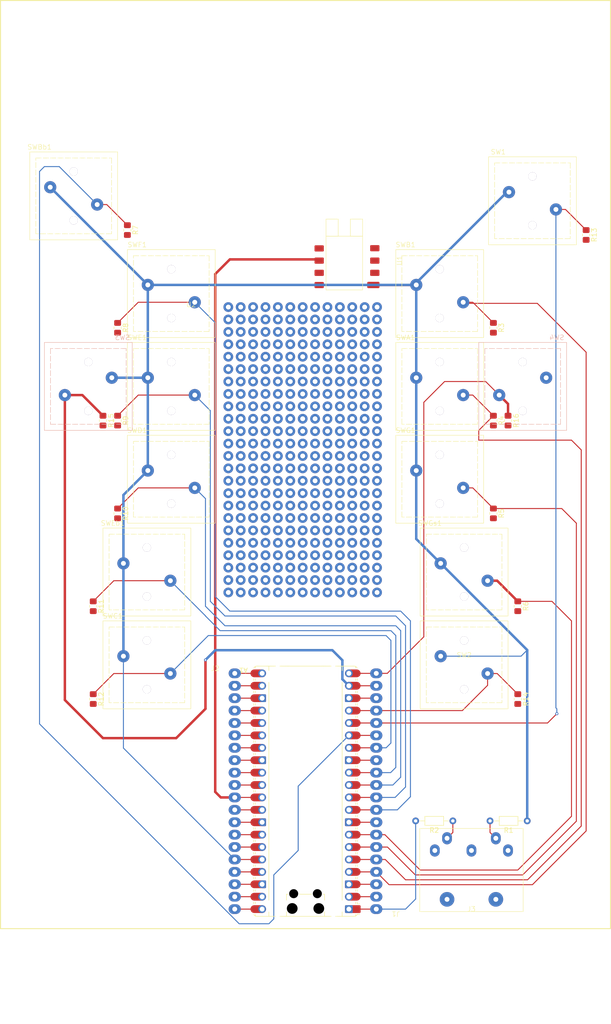
<source format=kicad_pcb>
(kicad_pcb (version 20241229) (generator "pcbnew") (generator_version "9.0")
  (layers (0 "F.Cu" signal) (2 "B.Cu" signal) (13 "F.Paste" user) (15 "B.Paste" user) (5 "F.SilkS" user "F.Silkscreen") (7 "B.SilkS" user "B.Silkscreen") (1 "F.Mask" user) (3 "B.Mask" user) (25 "Edge.Cuts" user))
  (net 0 "")
  (net 1 "Net-(A1-GPIO28_ADC2)")
  (net 2 "Net-(A1-GPIO18)")
  (net 3 "Net-(A1-GPIO13)")
  (net 4 "GND")
  (net 5 "Net-(A1-GPIO2)")
  (net 6 "Net-(A1-GPIO9)")
  (net 7 "Net-(A1-GPIO11)")
  (net 8 "Net-(A1-GPIO14)")
  (net 9 "Net-(A1-ADC_VREF)")
  (net 10 "Net-(A1-GPIO22)")
  (net 11 "Net-(A1-GPIO3)")
  (net 12 "Net-(A1-RUN)")
  (net 13 "unconnected-(A1-GPIO1-Pad2)")
  (net 14 "Net-(A1-GPIO6)")
  (net 15 "Net-(A1-GPIO7)")
  (net 16 "Net-(A1-GPIO27_ADC1)")
  (net 17 "Net-(A1-GPIO15)")
  (net 18 "Net-(A1-GPIO4)")
  (net 19 "Net-(A1-VSYS)")
  (net 20 "Net-(A1-3V3_EN)")
  (net 21 "Net-(A1-GPIO12)")
  (net 22 "Net-(A1-GPIO0)")
  (net 23 "Net-(A1-GPIO26_ADC0)")
  (net 24 "Net-(A1-GPIO19)")
  (net 25 "Net-(A1-GPIO8)")
  (net 26 "Net-(A1-GPIO20)")
  (net 27 "Net-(A1-VBUS)")
  (net 28 "Net-(A1-GPIO17)")
  (net 29 "Net-(A1-GPIO5)")
  (net 30 "Net-(A1-GPIO16)")
  (net 31 "Net-(A1-GPIO10)")
  (net 32 "+3V3")
  (net 33 "Net-(A1-GPIO21)")
  (net 34 "Net-(J3-Vref)")
  (net 35 "Net-(J3-Data)")
  (footprint "Resistor_SMD:R_0805_2012Metric_Pad1.20x1.40mm_HandSolder" (layer "F.Cu") (at 120 48 -90)
    (property "Reference" "R13")
    (property "Value" "10K")
  )
  (footprint "Resistor_SMD:R_0805_2012Metric_Pad1.20x1.40mm_HandSolder" (layer "F.Cu") (at 24 86 -90)
    (property "Reference" "R9")
    (property "Value" "10K")
  )
  (footprint "Resistor_THT:R_Axial_DIN0204_L3.6mm_D1.6mm_P7.62mm_Horizontal" (layer "F.Cu") (at 92.69 167.94 180)
    (property "Reference" "R2")
    (property "Value" "10R 0.25W")
  )
  (footprint "MyLibrary:Omron B3K L13L" (layer "F.Cu") (at 35 79)
    (property "Reference" "SWE1")
    (property "Value" "Omron_B3K_L13L")
  )
  (footprint "Resistor_SMD:R_0805_2012Metric_Pad1.20x1.40mm_HandSolder" (layer "F.Cu") (at 19 143 -90)
    (property "Reference" "R12")
    (property "Value" "10K")
  )
  (footprint "Resistor_SMD:R_0805_2012Metric_Pad1.20x1.40mm_HandSolder" (layer "F.Cu") (at 24 67 -90)
    (property "Reference" "R8")
    (property "Value" "10K")
  )
  (footprint "Resistor_SMD:R_0805_2012Metric_Pad1.20x1.40mm_HandSolder" (layer "F.Cu") (at 21 86 -90)
    (property "Reference" "R15")
    (property "Value" "10K")
  )
  (footprint "Resistor_SMD:R_0805_2012Metric_Pad1.20x1.40mm_HandSolder" (layer "F.Cu") (at 19 124 -90)
    (property "Reference" "R11")
    (property "Value" "10K")
  )
  (footprint "MyLibrary:BPS110 AD0P15" (layer "F.Cu") (at 76.699698 53.25 90)
    (property "Reference" "U1")
    (property "Value" "~")
  )
  (footprint "Module:RaspberryPi_Pico_Common_Unspecified" (layer "F.Cu") (at 62.5 161.87 180)
    (property "Reference" "A1")
    (property "Value" "RaspberryPi_Pico")
  )
  (footprint "Resistor_SMD:R_0805_2012Metric_Pad1.20x1.40mm_HandSolder" (layer "F.Cu") (at 106 124 -90)
    (property "Reference" "R6")
    (property "Value" "10K")
  )
  (footprint "Resistor_SMD:R_0805_2012Metric_Pad1.20x1.40mm_HandSolder" (layer "F.Cu") (at 101 105 -90)
    (property "Reference" "R5")
    (property "Value" "10K")
  )
  (footprint "MyLibrary:Omron B3K L13L" (layer "F.Cu") (at 109 41)
    (property "Reference" "SW1")
    (property "Value" "Omron_B3K_L13L")
  )
  (footprint "MyLibrary:Perfboard 13x24" (layer "F.Cu") (at 46.68 62.76)
    (property "Reference" "U2")
    (property "Value" "~")
  )
  (footprint "MyLibrary:Omron B3K L13L" (layer "F.Cu") (at 90 79)
    (property "Reference" "SWA1")
    (property "Value" "Omron_B3K_L13L")
  )
  (footprint "Resistor_SMD:R_0805_2012Metric_Pad1.20x1.40mm_HandSolder" (layer "F.Cu") (at 24 105 -90)
    (property "Reference" "R10")
    (property "Value" "10K")
  )
  (footprint "MyLibrary:Omron B3K L13L" (layer "F.Cu") (at 95 117)
    (property "Reference" "SWGs1")
    (property "Value" "Omron_B3K_L13L")
  )
  (footprint "Resistor_SMD:R_0805_2012Metric_Pad1.20x1.40mm_HandSolder" (layer "F.Cu") (at 101 67 -90)
    (property "Reference" "R3")
    (property "Value" "10K")
  )
  (footprint "Resistor_SMD:R_0805_2012Metric_Pad1.20x1.40mm_HandSolder" (layer "F.Cu") (at 106 143 -90)
    (property "Reference" "R14")
    (property "Value" "10K")
  )
  (footprint "Resistor_SMD:R_0805_2012Metric_Pad1.20x1.40mm_HandSolder" (layer "F.Cu") (at 101 86 -90)
    (property "Reference" "R4")
    (property "Value" "10K")
  )
  (footprint "Resistor_SMD:R_0805_2012Metric_Pad1.20x1.40mm_HandSolder" (layer "F.Cu") (at 104 86 -90)
    (property "Reference" "R16")
    (property "Value" "10K")
  )
  (footprint "MyLibrary:Omron B3K L13L" (layer "F.Cu") (at 35 60)
    (property "Reference" "SWF1")
    (property "Value" "Omron_B3K_L13L")
  )
  (footprint "MyLibrary:Omron B3K L13L" (layer "F.Cu") (at 95 136)
    (property "Reference" "SW2")
    (property "Value" "Omron_B3K_L13L")
  )
  (footprint "MyLibrary:Omron B3K L13L" (layer "F.Cu") (at 30 136)
    (property "Reference" "SWC1")
    (property "Value" "Omron_B3K_L13L")
  )
  (footprint "MyLibrary:PiPico Header" (layer "F.Cu") (at 48 137.74)
    (property "Reference" "J2")
    (property "Value" "~")
  )
  (footprint "MyLibrary:Omron B3K L13L" (layer "F.Cu") (at 90 60)
    (property "Reference" "SWB1")
    (property "Value" "Omron_B3K_L13L")
  )
  (footprint "Resistor_THT:R_Axial_DIN0204_L3.6mm_D1.6mm_P7.62mm_Horizontal" (layer "F.Cu") (at 107.93 167.94 180)
    (property "Reference" "R1")
    (property "Value" "33R 0.5W")
  )
  (footprint "MyLibrary:MIDI_DIN5" (layer "F.Cu") (at 96.5 186.5)
    (property "Reference" "J3")
    (property "Value" "~")
  )
  (footprint "MyLibrary:Omron B3K L13L" (layer "F.Cu") (at 30 117)
    (property "Reference" "SWEb1")
    (property "Value" "Omron_B3K_L13L")
  )
  (footprint "MyLibrary:Omron B3K L13L" (layer "F.Cu") (at 90 98)
    (property "Reference" "SWG1")
    (property "Value" "Omron_B3K_L13L")
  )
  (footprint "MyLibrary:Omron B3K L13L" (layer "F.Cu") (at 15 40)
    (property "Reference" "SWBb1")
    (property "Value" "Omron_B3K_L13L")
  )
  (footprint "MyLibrary:PiPico Header" (layer "F.Cu") (at 77 186 180)
    (property "Reference" "J1")
    (property "Value" "~")
  )
  (footprint "MyLibrary:Omron B3K L13L" (layer "F.Cu") (at 35 98)
    (property "Reference" "SWD1")
    (property "Value" "Omron_B3K_L13L")
  )
  (footprint "Resistor_SMD:R_0805_2012Metric_Pad1.20x1.40mm_HandSolder" (layer "F.Cu") (at 26 47 -90)
    (property "Reference" "R7")
    (property "Value" "10K")
  )
  (footprint "MyLibrary:Omron B3K L13L" (layer "B.Cu") (at 107 79 180)
    (property "Reference" "SW4")
    (property "Value" "Omron_B3K_L13L")
  )
  (footprint "MyLibrary:Omron B3K L13L" (layer "B.Cu") (at 18 79 180)
    (property "Reference" "SW3")
    (property "Value" "Omron_B3K_L13L")
  )
  (gr_rect (start 0 0) (end 125 190) (stroke (width 0.2)) (fill no) (layer "F.SilkS"))
  (segment (start 48 170.76) (end 53.61 170.76) (width 0.2) (layer "F.Cu") (net 1))
  (segment (start 48 145.36) (end 53.61 145.36) (width 0.2) (layer "F.Cu") (net 2))
  (segment (start 77 145.36) (end 94.64 145.36) (width 0.2) (layer "F.Cu") (net 3))
  (segment (start 99.81 137.775) (end 101.775 137.775) (width 0.2) (layer "F.Cu") (net 3))
  (segment (start 99.81 140.19) (end 99.81 137.775) (width 0.2) (layer "F.Cu") (net 3))
  (segment (start 101.775 137.775) (end 106 142) (width 0.2) (layer "F.Cu") (net 3))
  (segment (start 72.19 145.36) (end 77 145.36) (width 0.2) (layer "F.Cu") (net 3))
  (segment (start 94.64 145.36) (end 99.81 140.19) (width 0.2) (layer "F.Cu") (net 3))
  (segment (start 48 180.92) (end 52.81 180.92) (width 0.2) (layer "F.Cu") (net 4))
  (segment (start 72.19 142.82) (end 77 142.82) (width 0.2) (layer "F.Cu") (net 4))
  (segment (start 72.19 155.52) (end 77 155.52) (width 0.2) (layer "F.Cu") (net 4))
  (segment (start 48 168.22) (end 53.61 168.22) (width 0.2) (layer "F.Cu") (net 4))
  (segment (start 48 142.82) (end 53.61 142.82) (width 0.2) (layer "F.Cu") (net 4))
  (segment (start 72.19 168.22) (end 77 168.22) (width 0.2) (layer "F.Cu") (net 4))
  (segment (start 72.19 180.92) (end 77 180.92) (width 0.2) (layer "F.Cu") (net 4))
  (segment (start 48 155.52) (end 53.61 155.52) (width 0.2) (layer "F.Cu") (net 4))
  (segment (start 72.19 178.38) (end 77 178.38) (width 0.2) (layer "F.Cu") (net 5))
  (segment (start 120 72) (end 110 62) (width 0.2) (layer "F.Cu") (net 5))
  (segment (start 109 181) (end 120 170) (width 0.2) (layer "F.Cu") (net 5))
  (segment (start 110 62) (end 95.035 62) (width 0.2) (layer "F.Cu") (net 5))
  (segment (start 79.62 181) (end 109 181) (width 0.2) (layer "F.Cu") (net 5))
  (segment (start 96.775 61.775) (end 101 66) (width 0.2) (layer "F.Cu") (net 5))
  (segment (start 94.81 61.775) (end 96.775 61.775) (width 0.2) (layer "F.Cu") (net 5))
  (segment (start 120 170) (end 120 72) (width 0.2) (layer "F.Cu") (net 5))
  (segment (start 95.035 62) (end 94.81 61.775) (width 0.2) (layer "F.Cu") (net 5))
  (segment (start 77 178.38) (end 79.62 181) (width 0.2) (layer "F.Cu") (net 5))
  (segment (start 34.81 118.775) (end 23.225 118.775) (width 0.2) (layer "F.Cu") (net 6))
  (segment (start 23.225 118.775) (end 19 123) (width 0.2) (layer "F.Cu") (net 6))
  (segment (start 72.19 158.06) (end 77 158.06) (width 0.2) (layer "F.Cu") (net 6))
  (segment (start 80 129) (end 45 129) (width 0.2) (layer "B.Cu") (net 6))
  (segment (start 45 129) (end 42 126) (width 0.2) (layer "B.Cu") (net 6))
  (segment (start 77 158.06) (end 79.94 158.06) (width 0.2) (layer "B.Cu") (net 6))
  (segment (start 81 157) (end 81 130) (width 0.2) (layer "B.Cu") (net 6))
  (segment (start 42 125.965) (end 34.81 118.775) (width 0.2) (layer "B.Cu") (net 6))
  (segment (start 42 126) (end 42 125.965) (width 0.2) (layer "B.Cu") (net 6))
  (segment (start 79.94 158.06) (end 81 157) (width 0.2) (layer "B.Cu") (net 6))
  (segment (start 81 130) (end 80 129) (width 0.2) (layer "B.Cu") (net 6))
  (segment (start 72.19 150.44) (end 77 150.44) (width 0.2) (layer "F.Cu") (net 7))
  (segment (start 21.775 41.775) (end 26 46) (width 0.2) (layer "F.Cu") (net 7))
  (segment (start 19.81 41.775) (end 21.775 41.775) (width 0.2) (layer "F.Cu") (net 7))
  (segment (start 12.035 34) (end 19.81 41.775) (width 0.2) (layer "B.Cu") (net 7))
  (segment (start 71.39 150.44) (end 61 160.83) (width 0.2) (layer "B.Cu") (net 7))
  (segment (start 61 160.83) (end 61 174) (width 0.2) (layer "B.Cu") (net 7))
  (segment (start 56 179) (end 56 188) (width 0.2) (layer "B.Cu") (net 7))
  (segment (start 61 174) (end 56 179) (width 0.2) (layer "B.Cu") (net 7))
  (segment (start 9 34) (end 12.035 34) (width 0.2) (layer "B.Cu") (net 7))
  (segment (start 55 189) (end 48.910108 189) (width 0.2) (layer "B.Cu") (net 7))
  (segment (start 8 35) (end 9 34) (width 0.2) (layer "B.Cu") (net 7))
  (segment (start 56 188) (end 55 189) (width 0.2) (layer "B.Cu") (net 7))
  (segment (start 48.910108 189) (end 8 148.089892) (width 0.2) (layer "B.Cu") (net 7))
  (segment (start 8 148.089892) (end 8 35) (width 0.2) (layer "B.Cu") (net 7))
  (segment (start 72.19 140.28) (end 77 140.28) (width 0.2) (layer "F.Cu") (net 8))
  (segment (start 13.19 80.775) (end 13.19 143.19) (width 0.5) (layer "F.Cu") (net 8))
  (segment (start 13.19 80.775) (end 16.775 80.775) (width 0.5) (layer "F.Cu") (net 8))
  (segment (start 42 145) (end 42 135) (width 0.5) (layer "F.Cu") (net 8))
  (segment (start 36 151) (end 39 148) (width 0.5) (layer "F.Cu") (net 8))
  (segment (start 39 148) (end 42 145) (width 0.5) (layer "F.Cu") (net 8))
  (segment (start 21 151) (end 36 151) (width 0.5) (layer "F.Cu") (net 8))
  (segment (start 16.775 80.775) (end 21 85) (width 0.5) (layer "F.Cu") (net 8))
  (segment (start 13.19 143.19) (end 21 151) (width 0.5) (layer "F.Cu") (net 8))
  (via (at 42 135) (size 0.6) (drill 0.3) (layers "F.Cu" "B.Cu") (net 8))
  (segment (start 68 133) (end 70.055 135.055) (width 0.5) (layer "B.Cu") (net 8))
  (segment (start 44 133) (end 68 133) (width 0.5) (layer "B.Cu") (net 8))
  (segment (start 70.055 135.055) (end 70.055 138.945) (width 0.5) (layer "B.Cu") (net 8))
  (segment (start 70.055 138.945) (end 71.39 140.28) (width 0.5) (layer "B.Cu") (net 8))
  (segment (start 42 135) (end 44 133) (width 0.5) (layer "B.Cu") (net 8))
  (segment (start 48 173.3) (end 53.61 173.3) (width 0.2) (layer "F.Cu") (net 9))
  (segment (start 48 158.06) (end 53.61 158.06) (width 0.2) (layer "F.Cu") (net 10))
  (segment (start 78.84 175.84) (end 83 180) (width 0.2) (layer "F.Cu") (net 11))
  (segment (start 72.19 175.84) (end 77 175.84) (width 0.2) (layer "F.Cu") (net 11))
  (segment (start 83 180) (end 108 180) (width 0.2) (layer "F.Cu") (net 11))
  (segment (start 98 90) (end 98 88) (width 0.2) (layer "F.Cu") (net 11))
  (segment (start 94.81 80.775) (end 96.775 80.775) (width 0.2) (layer "F.Cu") (net 11))
  (segment (start 117 90) (end 98 90) (width 0.2) (layer "F.Cu") (net 11))
  (segment (start 98 88) (end 101 85) (width 0.2) (layer "F.Cu") (net 11))
  (segment (start 96.775 80.775) (end 101 85) (width 0.2) (layer "F.Cu") (net 11))
  (segment (start 119 169) (end 119 92) (width 0.2) (layer "F.Cu") (net 11))
  (segment (start 77 175.84) (end 78.84 175.84) (width 0.2) (layer "F.Cu") (net 11))
  (segment (start 108 180) (end 119 169) (width 0.2) (layer "F.Cu") (net 11))
  (segment (start 119 92) (end 117 90) (width 0.2) (layer "F.Cu") (net 11))
  (segment (start 48 160.6) (end 53.61 160.6) (width 0.2) (layer "F.Cu") (net 12))
  (segment (start 71.39 183.46) (end 77 183.46) (width 0.2) (layer "F.Cu") (net 13))
  (segment (start 72.19 165.68) (end 77 165.68) (width 0.2) (layer "F.Cu") (net 14))
  (segment (start 39.81 61.775) (end 28.225 61.775) (width 0.2) (layer "F.Cu") (net 14))
  (segment (start 28.225 61.775) (end 24 66) (width 0.2) (layer "F.Cu") (net 14))
  (segment (start 44 122) (end 47 125) (width 0.2) (layer "B.Cu") (net 14))
  (segment (start 44 65.965) (end 44 122) (width 0.2) (layer "B.Cu") (net 14))
  (segment (start 81.32 165.68) (end 77 165.68) (width 0.2) (layer "B.Cu") (net 14))
  (segment (start 84 163) (end 81.32 165.68) (width 0.2) (layer "B.Cu") (net 14))
  (segment (start 82 125) (end 84 127) (width 0.2) (layer "B.Cu") (net 14))
  (segment (start 39.81 61.775) (end 44 65.965) (width 0.2) (layer "B.Cu") (net 14))
  (segment (start 84 127) (end 84 163) (width 0.2) (layer "B.Cu") (net 14))
  (segment (start 47 125) (end 82 125) (width 0.2) (layer "B.Cu") (net 14))
  (segment (start 39.81 80.775) (end 28.225 80.775) (width 0.2) (layer "F.Cu") (net 15))
  (segment (start 28.225 80.775) (end 24 85) (width 0.2) (layer "F.Cu") (net 15))
  (segment (start 71.39 163.14) (end 77 163.14) (width 0.2) (layer "F.Cu") (net 15))
  (segment (start 46 126) (end 43 123) (width 0.2) (layer "B.Cu") (net 15))
  (segment (start 81 126) (end 46 126) (width 0.2) (layer "B.Cu") (net 15))
  (segment (start 80.86 163.14) (end 83 161) (width 0.2) (layer "B.Cu") (net 15))
  (segment (start 77 163.14) (end 80.86 163.14) (width 0.2) (layer "B.Cu") (net 15))
  (segment (start 83 161) (end 83 128) (width 0.2) (layer "B.Cu") (net 15))
  (segment (start 43 123) (end 43 83.965) (width 0.2) (layer "B.Cu") (net 15))
  (segment (start 43 83.965) (end 39.81 80.775) (width 0.2) (layer "B.Cu") (net 15))
  (segment (start 83 128) (end 81 126) (width 0.2) (layer "B.Cu") (net 15))
  (segment (start 48 165.68) (end 53.61 165.68) (width 0.2) (layer "F.Cu") (net 16))
  (segment (start 86.741 130.259) (end 86.741 82.259) (width 0.2) (layer "F.Cu") (net 17))
  (segment (start 99.415 78) (end 102.19 80.775) (width 0.2) (layer "F.Cu") (net 17))
  (segment (start 86.741 82.259) (end 91 78) (width 0.2) (layer "F.Cu") (net 17))
  (segment (start 91 78) (end 99.415 78) (width 0.2) (layer "F.Cu") (net 17))
  (segment (start 104 82.585) (end 102.19 80.775) (width 0.5) (layer "F.Cu") (net 17))
  (segment (start 104 85) (end 104 82.585) (width 0.5) (layer "F.Cu") (net 17))
  (segment (start 72.19 137.74) (end 77 137.74) (width 0.2) (layer "F.Cu") (net 17))
  (segment (start 77 137.74) (end 79.26 137.74) (width 0.2) (layer "F.Cu") (net 17))
  (segment (start 79.26 137.74) (end 86.741 130.259) (width 0.2) (layer "F.Cu") (net 17))
  (segment (start 118 107) (end 115 104) (width 0.2) (layer "F.Cu") (net 18))
  (segment (start 115 104) (end 101 104) (width 0.2) (layer "F.Cu") (net 18))
  (segment (start 107 179) (end 118 168) (width 0.2) (layer "F.Cu") (net 18))
  (segment (start 79.3 173.3) (end 85 179) (width 0.2) (layer "F.Cu") (net 18))
  (segment (start 72.19 173.3) (end 77 173.3) (width 0.2) (layer "F.Cu") (net 18))
  (segment (start 85 179) (end 107 179) (width 0.2) (layer "F.Cu") (net 18))
  (segment (start 94.81 99.775) (end 96.775 99.775) (width 0.2) (layer "F.Cu") (net 18))
  (segment (start 77 173.3) (end 79.3 173.3) (width 0.2) (layer "F.Cu") (net 18))
  (segment (start 118 168) (end 118 107) (width 0.2) (layer "F.Cu") (net 18))
  (segment (start 96.775 99.775) (end 101 104) (width 0.2) (layer "F.Cu") (net 18))
  (segment (start 48 183.46) (end 52.81 183.46) (width 0.2) (layer "F.Cu") (net 19))
  (segment (start 48 178.38) (end 52.81 178.38) (width 0.2) (layer "F.Cu") (net 20))
  (segment (start 115.775 42.775) (end 120 47) (width 0.2) (layer "F.Cu") (net 21))
  (segment (start 77 147.9) (end 112.1 147.9) (width 0.2) (layer "F.Cu") (net 21))
  (segment (start 113.81 42.775) (end 115.775 42.775) (width 0.2) (layer "F.Cu") (net 21))
  (segment (start 112.1 147.9) (end 114 146) (width 0.2) (layer "F.Cu") (net 21))
  (segment (start 71.39 147.9) (end 77 147.9) (width 0.2) (layer "F.Cu") (net 21))
  (via (at 114 146) (size 0.6) (drill 0.3) (layers "F.Cu" "B.Cu") (net 21))
  (via (at 114 146) (size 0.6) (drill 0.3) (layers "F.Cu" "B.Cu") (net 21))
  (segment (start 114 145) (end 113.81 144.81) (width 0.2) (layer "B.Cu") (net 21))
  (segment (start 113.81 144.81) (end 113.81 42.775) (width 0.2) (layer "B.Cu") (net 21))
  (segment (start 114 146) (end 114 145) (width 0.2) (layer "B.Cu") (net 21))
  (segment (start 72.19 186) (end 77 186) (width 0.2) (layer "F.Cu") (net 22))
  (segment (start 83 186) (end 85.07 183.93) (width 0.2) (layer "B.Cu") (net 22))
  (segment (start 77 186) (end 83 186) (width 0.2) (layer "B.Cu") (net 22))
  (segment (start 85.07 183.93) (end 85.07 167.94) (width 0.2) (layer "B.Cu") (net 22))
  (segment (start 65.049698 53) (end 47 53) (width 0.5) (layer "F.Cu") (net 23))
  (segment (start 48 163.14) (end 53.61 163.14) (width 0.2) (layer "F.Cu") (net 23))
  (segment (start 44 162) (end 45.14 163.14) (width 0.5) (layer "F.Cu") (net 23))
  (segment (start 65.299698 53.25) (end 65.049698 53) (width 0.5) (layer "F.Cu") (net 23))
  (segment (start 44 56) (end 44 162) (width 0.5) (layer "F.Cu") (net 23))
  (segment (start 47 53) (end 44 56) (width 0.5) (layer "F.Cu") (net 23))
  (segment (start 45.14 163.14) (end 48 163.14) (width 0.5) (layer "F.Cu") (net 23))
  (segment (start 48 147.9) (end 53.61 147.9) (width 0.2) (layer "F.Cu") (net 24))
  (segment (start 39.81 99.775) (end 28.225 99.775) (width 0.2) (layer "F.Cu") (net 25))
  (segment (start 28.225 99.775) (end 24 104) (width 0.2) (layer "F.Cu") (net 25))
  (segment (start 71.39 160.6) (end 77 160.6) (width 0.2) (layer "F.Cu") (net 25))
  (segment (start 82 129) (end 82 159) (width 0.2) (layer "B.Cu") (net 25))
  (segment (start 80.4 160.6) (end 77 160.6) (width 0.2) (layer "B.Cu") (net 25))
  (segment (start 42 101.965) (end 42 124) (width 0.2) (layer "B.Cu") (net 25))
  (segment (start 42 124) (end 46 128) (width 0.2) (layer "B.Cu") (net 25))
  (segment (start 46 128) (end 81 128) (width 0.2) (layer "B.Cu") (net 25))
  (segment (start 81 128) (end 82 129) (width 0.2) (layer "B.Cu") (net 25))
  (segment (start 82 159) (end 80.4 160.6) (width 0.2) (layer "B.Cu") (net 25))
  (segment (start 39.81 99.775) (end 42 101.965) (width 0.2) (layer "B.Cu") (net 25))
  (segment (start 48 150.44) (end 53.61 150.44) (width 0.2) (layer "F.Cu") (net 26))
  (segment (start 48 186) (end 52.81 186) (width 0.2) (layer "F.Cu") (net 27))
  (segment (start 48 140.28) (end 53.61 140.28) (width 0.2) (layer "F.Cu") (net 28))
  (segment (start 71.39 170.76) (end 77 170.76) (width 0.2) (layer "F.Cu") (net 29))
  (segment (start 77 170.76) (end 78.76 170.76) (width 0.2) (layer "F.Cu") (net 29))
  (segment (start 78.76 170.76) (end 86 178) (width 0.2) (layer "F.Cu") (net 29))
  (segment (start 117 127) (end 113 123) (width 0.2) (layer "F.Cu") (net 29))
  (segment (start 99.81 118.775) (end 101.775 118.775) (width 0.5) (layer "F.Cu") (net 29))
  (segment (start 113 123) (end 106 123) (width 0.2) (layer "F.Cu") (net 29))
  (segment (start 86 178) (end 106 178) (width 0.2) (layer "F.Cu") (net 29))
  (segment (start 117 167) (end 117 127) (width 0.2) (layer "F.Cu") (net 29))
  (segment (start 101.775 118.775) (end 106 123) (width 0.5) (layer "F.Cu") (net 29))
  (segment (start 106 178) (end 117 167) (width 0.2) (layer "F.Cu") (net 29))
  (segment (start 48 137.74) (end 52.81 137.74) (width 0.2) (layer "F.Cu") (net 30))
  (segment (start 34.81 137.775) (end 23.225 137.775) (width 0.2) (layer "F.Cu") (net 31))
  (segment (start 72.19 152.98) (end 77 152.98) (width 0.2) (layer "F.Cu") (net 31))
  (segment (start 23.225 137.775) (end 19 142) (width 0.2) (layer "F.Cu") (net 31))
  (segment (start 79 130) (end 42.585 130) (width 0.2) (layer "B.Cu") (net 31))
  (segment (start 80 131) (end 79 130) (width 0.2) (layer "B.Cu") (net 31))
  (segment (start 80 152) (end 80 131) (width 0.2) (layer "B.Cu") (net 31))
  (segment (start 77 152.98) (end 79.02 152.98) (width 0.2) (layer "B.Cu") (net 31))
  (segment (start 42.585 130) (end 34.81 137.775) (width 0.2) (layer "B.Cu") (net 31))
  (segment (start 79.02 152.98) (end 80 152) (width 0.2) (layer "B.Cu") (net 31))
  (segment (start 48 175.84) (end 52.81 175.84) (width 0.2) (layer "F.Cu") (net 32))
  (segment (start 76.402803 58.237782) (end 85.177218 58.237782) (width 0.5) (layer "F.Cu") (net 32))
  (segment (start 85.177218 58.237782) (end 85.19 58.225) (width 0.5) (layer "F.Cu") (net 32))
  (segment (start 85.19 58.225) (end 30.19 58.225) (width 0.5) (layer "B.Cu") (net 32))
  (segment (start 25.19 115.225) (end 25.19 134.225) (width 0.5) (layer "B.Cu") (net 32))
  (segment (start 85.19 77.225) (end 85.19 58.225) (width 0.5) (layer "B.Cu") (net 32))
  (segment (start 90.19 134.225) (end 106.67 134.225) (width 0.2) (layer "B.Cu") (net 32))
  (segment (start 85.19 110.225) (end 90.19 115.225) (width 0.5) (layer "B.Cu") (net 32))
  (segment (start 25.19 101.225) (end 25.19 115.225) (width 0.5) (layer "B.Cu") (net 32))
  (segment (start 90.19 115.225) (end 107.93 132.965) (width 0.5) (layer "B.Cu") (net 32))
  (segment (start 30.19 96.225) (end 25.19 101.225) (width 0.5) (layer "B.Cu") (net 32))
  (segment (start 85.19 96.225) (end 85.19 77.225) (width 0.5) (layer "B.Cu") (net 32))
  (segment (start 85.19 57.81) (end 103.775 39.225) (width 0.5) (layer "B.Cu") (net 32))
  (segment (start 85.19 58.225) (end 85.19 57.81) (width 0.5) (layer "B.Cu") (net 32))
  (segment (start 22.81 77.225) (end 30.19 77.225) (width 0.5) (layer "B.Cu") (net 32))
  (segment (start 30.19 58.225) (end 30.19 77.225) (width 0.5) (layer "B.Cu") (net 32))
  (segment (start 30.19 58.225) (end 10.19 38.225) (width 0.5) (layer "B.Cu") (net 32))
  (segment (start 25.19 153.03) (end 25.19 134.225) (width 0.2) (layer "B.Cu") (net 32))
  (segment (start 103.775 39.225) (end 104.19 39.225) (width 0.5) (layer "B.Cu") (net 32))
  (segment (start 30.19 77.225) (end 30.19 96.225) (width 0.5) (layer "B.Cu") (net 32))
  (segment (start 106.67 134.225) (end 107.93 132.965) (width 0.2) (layer "B.Cu") (net 32))
  (segment (start 48 175.84) (end 25.19 153.03) (width 0.2) (layer "B.Cu") (net 32))
  (segment (start 107.93 132.965) (end 107.93 167.94) (width 0.5) (layer "B.Cu") (net 32))
  (segment (start 85.19 96.225) (end 85.19 110.225) (width 0.5) (layer "B.Cu") (net 32))
  (segment (start 48 152.98) (end 53.61 152.98) (width 0.2) (layer "F.Cu") (net 33))
  (segment (start 100.31 167.94) (end 100.31 170.31) (width 0.2) (layer "F.Cu") (net 34))
  (segment (start 100.31 170.31) (end 101.5 171.5) (width 0.2) (layer "F.Cu") (net 34))
  (segment (start 92.69 170.31) (end 91.5 171.5) (width 0.2) (layer "F.Cu") (net 35))
  (segment (start 92.69 167.94) (end 92.69 170.31) (width 0.2) (layer "F.Cu") (net 35))
)
</source>
